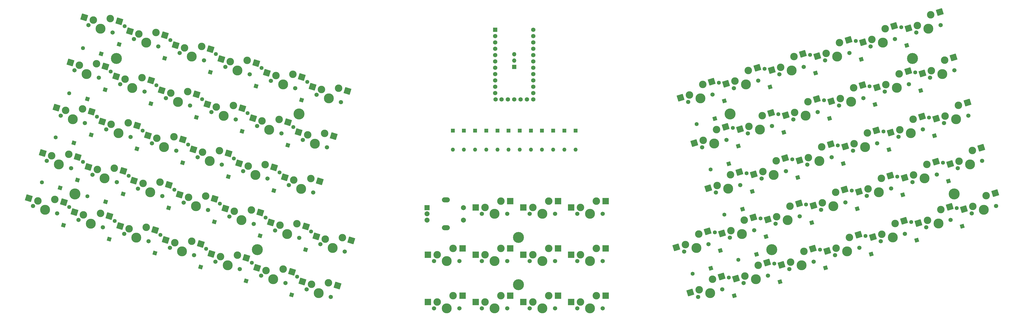
<source format=gbs>
G04 #@! TF.GenerationSoftware,KiCad,Pcbnew,8.0.6*
G04 #@! TF.CreationDate,2024-10-28T13:20:39+01:00*
G04 #@! TF.ProjectId,pteranodon,70746572-616e-46f6-946f-6e2e6b696361,rev?*
G04 #@! TF.SameCoordinates,Original*
G04 #@! TF.FileFunction,Soldermask,Bot*
G04 #@! TF.FilePolarity,Negative*
%FSLAX46Y46*%
G04 Gerber Fmt 4.6, Leading zero omitted, Abs format (unit mm)*
G04 Created by KiCad (PCBNEW 8.0.6) date 2024-10-28 13:20:39*
%MOMM*%
%LPD*%
G01*
G04 APERTURE LIST*
G04 Aperture macros list*
%AMHorizOval*
0 Thick line with rounded ends*
0 $1 width*
0 $2 $3 position (X,Y) of the first rounded end (center of the circle)*
0 $4 $5 position (X,Y) of the second rounded end (center of the circle)*
0 Add line between two ends*
20,1,$1,$2,$3,$4,$5,0*
0 Add two circle primitives to create the rounded ends*
1,1,$1,$2,$3*
1,1,$1,$4,$5*%
%AMRotRect*
0 Rectangle, with rotation*
0 The origin of the aperture is its center*
0 $1 length*
0 $2 width*
0 $3 Rotation angle, in degrees counterclockwise*
0 Add horizontal line*
21,1,$1,$2,0,0,$3*%
G04 Aperture macros list end*
%ADD10R,1.600000X1.600000*%
%ADD11O,1.600000X1.600000*%
%ADD12RotRect,1.600000X1.600000X73.000000*%
%ADD13HorizOval,1.600000X0.000000X0.000000X0.000000X0.000000X0*%
%ADD14RotRect,1.600000X1.600000X197.000000*%
%ADD15HorizOval,1.600000X0.000000X0.000000X0.000000X0.000000X0*%
%ADD16RotRect,1.600000X1.600000X107.000000*%
%ADD17HorizOval,1.600000X0.000000X0.000000X0.000000X0.000000X0*%
%ADD18RotRect,1.600000X1.600000X163.000000*%
%ADD19HorizOval,1.600000X0.000000X0.000000X0.000000X0.000000X0*%
%ADD20O,3.200000X2.000000*%
%ADD21R,2.000000X2.000000*%
%ADD22C,2.000000*%
%ADD23R,1.752600X1.752600*%
%ADD24C,1.752600*%
%ADD25C,1.701800*%
%ADD26C,3.000000*%
%ADD27C,3.987800*%
%ADD28R,2.550000X2.500000*%
%ADD29RotRect,2.550000X2.500000X17.000000*%
%ADD30RotRect,2.550000X2.500000X343.000000*%
%ADD31C,4.400000*%
%ADD32R,1.700000X1.700000*%
%ADD33O,1.700000X1.700000*%
G04 APERTURE END LIST*
D10*
X234071897Y-137049778D03*
D11*
X234071897Y-144669778D03*
D12*
X69703701Y-108032481D03*
D13*
X71931573Y-100745439D03*
D10*
X211753713Y-137049778D03*
D11*
X211753713Y-144669778D03*
D12*
X124494226Y-124783623D03*
D13*
X126722098Y-117496581D03*
D12*
X120489315Y-202916747D03*
D13*
X122717187Y-195629705D03*
D14*
X295395408Y-150375921D03*
D15*
X288108366Y-152603793D03*
D16*
X310308740Y-179559623D03*
D17*
X308080868Y-172272581D03*
D12*
X29252105Y-175022733D03*
D13*
X31479977Y-167735691D03*
D12*
X40346150Y-138735747D03*
D13*
X42574022Y-131448705D03*
D16*
X323006481Y-155838145D03*
D17*
X320778609Y-148551103D03*
D12*
X87967208Y-113616194D03*
D13*
X90195080Y-106329152D03*
D16*
X383287797Y-157247684D03*
D17*
X381059925Y-149960642D03*
D10*
X220680985Y-137049778D03*
D11*
X220680985Y-144669778D03*
D12*
X102306137Y-197357591D03*
D13*
X104534009Y-190070549D03*
D16*
X388834819Y-175391177D03*
D17*
X386606947Y-168104135D03*
D16*
X330157203Y-113973179D03*
D17*
X327929331Y-106686137D03*
D12*
X58609657Y-144319464D03*
D13*
X60837529Y-137032422D03*
D18*
X44292385Y-106199067D03*
D19*
X37005343Y-103971195D03*
D16*
X366646732Y-102817210D03*
D17*
X364418860Y-95530168D03*
D16*
X315855763Y-197703114D03*
D17*
X313627891Y-190416072D03*
D16*
X335704226Y-132116671D03*
D17*
X333476354Y-124829629D03*
D10*
X189435533Y-137049778D03*
D11*
X189435533Y-144669778D03*
D16*
X352345291Y-186547147D03*
D17*
X350117419Y-179260105D03*
D16*
X304761719Y-161416131D03*
D17*
X302533847Y-154129089D03*
D16*
X341251248Y-150260163D03*
D17*
X339023376Y-142973121D03*
D16*
X311912438Y-119551163D03*
D17*
X309684566Y-112264121D03*
D10*
X229608257Y-137049778D03*
D11*
X229608257Y-144669778D03*
D10*
X184971897Y-137049779D03*
D11*
X184971897Y-144669779D03*
D16*
X317459461Y-137694655D03*
D17*
X315231589Y-130407613D03*
D12*
X106230719Y-119199909D03*
D13*
X108458591Y-111912867D03*
D16*
X299214695Y-143272640D03*
D17*
X296986823Y-135985598D03*
D16*
X372193755Y-120960702D03*
D17*
X369965883Y-113673660D03*
D18*
X33350740Y-141987577D03*
D19*
X26063698Y-139759705D03*
D18*
X38753769Y-124315065D03*
D19*
X31466727Y-122087193D03*
D16*
X365043034Y-162825670D03*
D17*
X362815162Y-155538628D03*
D12*
X113400181Y-161070606D03*
D13*
X115628053Y-153783564D03*
D16*
X377740775Y-139104192D03*
D17*
X375512903Y-131817150D03*
D16*
X359496011Y-144682179D03*
D17*
X357268139Y-137395137D03*
D12*
X82420186Y-131759685D03*
D13*
X84648058Y-124472643D03*
D16*
X292054603Y-185140472D03*
D17*
X289826731Y-177853430D03*
D14*
X289848386Y-132232429D03*
D15*
X282561344Y-134460301D03*
D16*
X328553503Y-173981638D03*
D17*
X326325631Y-166694596D03*
D12*
X118947205Y-142927115D03*
D13*
X121175077Y-135640073D03*
D16*
X370590057Y-180969161D03*
D17*
X368362185Y-173682119D03*
D16*
X297601624Y-203283964D03*
D17*
X295373752Y-195996922D03*
D12*
X65779120Y-186190163D03*
D13*
X68006992Y-178903121D03*
D10*
X225144621Y-137049779D03*
D11*
X225144621Y-144669779D03*
D12*
X84042629Y-191773875D03*
D13*
X86270501Y-184486833D03*
D12*
X47515614Y-180606445D03*
D13*
X49743486Y-173319403D03*
D12*
X95136671Y-155486892D03*
D13*
X97364543Y-148199850D03*
D18*
X46100114Y-165607201D03*
D19*
X38813072Y-163379329D03*
D10*
X202826441Y-137049779D03*
D11*
X202826441Y-144669779D03*
D12*
X107853157Y-179214099D03*
D13*
X110081029Y-171927057D03*
D10*
X198362805Y-137049778D03*
D11*
X198362805Y-144669778D03*
D16*
X346798268Y-168403655D03*
D17*
X344570396Y-161116613D03*
D12*
X100683695Y-137343400D03*
D13*
X102911567Y-130056358D03*
D16*
X334100527Y-192125132D03*
D17*
X331872655Y-184838090D03*
D12*
X64156679Y-126175971D03*
D13*
X66384551Y-118888929D03*
D10*
X193899169Y-137049778D03*
D11*
X193899169Y-144669778D03*
D12*
X51440194Y-102448763D03*
D13*
X53668066Y-95161721D03*
D14*
X300942431Y-168519413D03*
D15*
X293655389Y-170747285D03*
D12*
X53062635Y-162462953D03*
D13*
X55290507Y-155175911D03*
D18*
X27836609Y-160023485D03*
D19*
X20549567Y-157795613D03*
D10*
X207290077Y-137049778D03*
D11*
X207290077Y-144669778D03*
D16*
X353948989Y-126538687D03*
D17*
X351721117Y-119251645D03*
D12*
X89589651Y-173630383D03*
D13*
X91817523Y-166343341D03*
D12*
X126036339Y-184773254D03*
D13*
X128264211Y-177486212D03*
D16*
X348401966Y-108395195D03*
D17*
X346174094Y-101108153D03*
D14*
X306489453Y-186662905D03*
D15*
X299202411Y-188890777D03*
D10*
X216217349Y-137049778D03*
D11*
X216217349Y-144669778D03*
D12*
X34799125Y-156879240D03*
D13*
X37026997Y-149592198D03*
D12*
X45893172Y-120592255D03*
D13*
X48121044Y-113305213D03*
D14*
X288225943Y-192246617D03*
D15*
X280938901Y-194474489D03*
D16*
X293667673Y-125129149D03*
D17*
X291439801Y-117842107D03*
D12*
X76873165Y-149903177D03*
D13*
X79101037Y-142616135D03*
D12*
X71326142Y-168046669D03*
D13*
X73554014Y-160759627D03*
D20*
X182201522Y-176017278D03*
X182201522Y-164817278D03*
D21*
X174701522Y-167917278D03*
D22*
X174701522Y-172917278D03*
X174701522Y-170417278D03*
X189201522Y-172917278D03*
X189201522Y-167917278D03*
D23*
X201899118Y-96559778D03*
D24*
X201899118Y-99099778D03*
X201899118Y-101639778D03*
X201899118Y-104179778D03*
X201899118Y-106719778D03*
X201899118Y-109259778D03*
X201899118Y-111799778D03*
X201899118Y-114339778D03*
X201899118Y-116879778D03*
X201899118Y-119419778D03*
X201899118Y-121959778D03*
X217139118Y-124499778D03*
X217139118Y-121959778D03*
X217139118Y-119419778D03*
X217139118Y-116879778D03*
X217139118Y-114339778D03*
X217139118Y-111799778D03*
X217139118Y-109259778D03*
X217139118Y-106719778D03*
X217139118Y-104179778D03*
X217139118Y-101639778D03*
X217139118Y-99099778D03*
X202127718Y-124499778D03*
X217139118Y-96559778D03*
X214599118Y-124499778D03*
X212059118Y-124499778D03*
X209519118Y-124499778D03*
X206979118Y-124499778D03*
X204439118Y-124499778D03*
D25*
X234800521Y-170417278D03*
D26*
X236070521Y-167877278D03*
D27*
X239880521Y-170417278D03*
D26*
X242420521Y-165337278D03*
D25*
X244960521Y-170417278D03*
D28*
X246170521Y-165337278D03*
X232320521Y-167877278D03*
D25*
X234800522Y-208362278D03*
D26*
X236070522Y-205822278D03*
D27*
X239880522Y-208362278D03*
D26*
X242420522Y-203282278D03*
D25*
X244960522Y-208362278D03*
D28*
X246170522Y-203282278D03*
X232320522Y-205822278D03*
D25*
X283105162Y-203731894D03*
D26*
X283577045Y-200931568D03*
D27*
X287963190Y-202246646D03*
D26*
X288906956Y-196645994D03*
D25*
X292821218Y-200761398D03*
D29*
X292493099Y-195549600D03*
X279990902Y-202027962D03*
D25*
X106678610Y-135192143D03*
D26*
X108635741Y-133134441D03*
D27*
X111536638Y-136677391D03*
D26*
X115450900Y-132561987D03*
D25*
X116394666Y-138162639D03*
D30*
X119037043Y-133658381D03*
X105049598Y-132038047D03*
D25*
X314085155Y-174420973D03*
D26*
X314557038Y-171620647D03*
D27*
X318943183Y-172935725D03*
D26*
X319886949Y-167335073D03*
D25*
X323801211Y-171450477D03*
D29*
X323473092Y-166238679D03*
X310970895Y-172717041D03*
D25*
X82868081Y-147751921D03*
D26*
X84825212Y-145694219D03*
D27*
X87726109Y-149237169D03*
D26*
X91640371Y-145121765D03*
D25*
X92584137Y-150722417D03*
D30*
X95226514Y-146218159D03*
X81239069Y-144597825D03*
D25*
X130489142Y-122632369D03*
D26*
X132446273Y-120574667D03*
D27*
X135347170Y-124117617D03*
D26*
X139261432Y-120002213D03*
D25*
X140205198Y-125602865D03*
D30*
X142847575Y-121098607D03*
X128860130Y-119478273D03*
D25*
X277558138Y-185588402D03*
D26*
X278030021Y-182788076D03*
D27*
X282416166Y-184103154D03*
D26*
X283359932Y-178502502D03*
D25*
X287274194Y-182617906D03*
D29*
X286946075Y-177406108D03*
X274443878Y-183884470D03*
D25*
X101131588Y-153335635D03*
D26*
X103088719Y-151277933D03*
D27*
X105989616Y-154820883D03*
D26*
X109903878Y-150705479D03*
D25*
X110847644Y-156306131D03*
D30*
X113490021Y-151801873D03*
X99502576Y-150181539D03*
D25*
X40794039Y-154727984D03*
D26*
X42751170Y-152670282D03*
D27*
X45652067Y-156213232D03*
D26*
X49566329Y-152097828D03*
D25*
X50510095Y-157698480D03*
D30*
X53152472Y-153194222D03*
X39165027Y-151573888D03*
D25*
X302991112Y-138133989D03*
D26*
X303462995Y-135333663D03*
D27*
X307849140Y-136648741D03*
D26*
X308792906Y-131048089D03*
D25*
X312707168Y-135163493D03*
D29*
X312379049Y-129951695D03*
X299876852Y-136430057D03*
D25*
X295821648Y-180004686D03*
D26*
X296293531Y-177204360D03*
D27*
X300679676Y-178519438D03*
D26*
X301623442Y-172918786D03*
D25*
X305537704Y-177034190D03*
D29*
X305209585Y-171822392D03*
X292707388Y-178300754D03*
D25*
X75698616Y-105881222D03*
D26*
X77655747Y-103823520D03*
D27*
X80556644Y-107366470D03*
D26*
X84470906Y-103251066D03*
D25*
X85414672Y-108851718D03*
D30*
X88057049Y-104347460D03*
X74069604Y-102727126D03*
D25*
X22530533Y-149144268D03*
D26*
X24487664Y-147086566D03*
D27*
X27388561Y-150629516D03*
D26*
X31302823Y-146514112D03*
D25*
X32246589Y-152114764D03*
D30*
X34888966Y-147610506D03*
X20901521Y-145990172D03*
D25*
X352159639Y-103262274D03*
D26*
X352631522Y-100461948D03*
D27*
X357017667Y-101777026D03*
D26*
X357961433Y-96176374D03*
D25*
X361875695Y-100291778D03*
D29*
X361547576Y-95079980D03*
X349045379Y-101558342D03*
D25*
X301368670Y-198148177D03*
D26*
X301840553Y-195347851D03*
D27*
X306226698Y-196662929D03*
D26*
X307170464Y-191062277D03*
D25*
X311084726Y-195177681D03*
D29*
X310756607Y-189965883D03*
X298254410Y-196444245D03*
D25*
X387045470Y-152114766D03*
D26*
X387517353Y-149314440D03*
D27*
X391903498Y-150629518D03*
D26*
X392847264Y-145028866D03*
D25*
X396761526Y-149144270D03*
D29*
X396433407Y-143932472D03*
X383931210Y-150410834D03*
D25*
X215702523Y-208362278D03*
D26*
X216972523Y-205822278D03*
D27*
X220782523Y-208362278D03*
D26*
X223322523Y-203282278D03*
D25*
X225862523Y-208362278D03*
D28*
X227072523Y-203282278D03*
X213222523Y-205822278D03*
D25*
X28077555Y-131000777D03*
D26*
X30034686Y-128943075D03*
D27*
X32935583Y-132486025D03*
D26*
X36849845Y-128370621D03*
D25*
X37793611Y-133971273D03*
D30*
X40435988Y-129467015D03*
X26448543Y-127846681D03*
D25*
X196604522Y-189389778D03*
D26*
X197874522Y-186849778D03*
D27*
X201684522Y-189389778D03*
D26*
X204224522Y-184309778D03*
D25*
X206764522Y-189389778D03*
D28*
X207974522Y-184309778D03*
X194124522Y-186849778D03*
D25*
X315670109Y-114418243D03*
D26*
X316141992Y-111617917D03*
D27*
X320528137Y-112932995D03*
D26*
X321471903Y-107332343D03*
D25*
X325386165Y-111447747D03*
D29*
X325058046Y-106235949D03*
X312555849Y-112714311D03*
D25*
X112225633Y-117048652D03*
D26*
X114182764Y-114990950D03*
D27*
X117083661Y-118533900D03*
D26*
X120997923Y-114418496D03*
D25*
X121941689Y-120019148D03*
D30*
X124584066Y-115514890D03*
X110596621Y-113894556D03*
D25*
X308538134Y-156277480D03*
D26*
X309010017Y-153477154D03*
D27*
X313396162Y-154792232D03*
D26*
X314339928Y-149191580D03*
D25*
X318254190Y-153306984D03*
D29*
X317926071Y-148095186D03*
X305423874Y-154573548D03*
D25*
X33624576Y-112857285D03*
D26*
X35581707Y-110799583D03*
D27*
X38482604Y-114342533D03*
D26*
X42396866Y-110227129D03*
D25*
X43340632Y-115827781D03*
D30*
X45983009Y-111323523D03*
X31995564Y-109703189D03*
D25*
X126470841Y-200761398D03*
D26*
X128427972Y-198703696D03*
D27*
X131328869Y-202246646D03*
D26*
X135243131Y-198131242D03*
D25*
X136186897Y-203731894D03*
D30*
X138829274Y-199227636D03*
X124841829Y-197607302D03*
D25*
X392592491Y-170258257D03*
D26*
X393064374Y-167457931D03*
D27*
X397450519Y-168773009D03*
D26*
X398394285Y-163172357D03*
D25*
X402308547Y-167287761D03*
D29*
X401980428Y-162075963D03*
X389478231Y-168554325D03*
D25*
X119395095Y-158919350D03*
D26*
X121352226Y-156861648D03*
D27*
X124253123Y-160404598D03*
D26*
X128167385Y-156289194D03*
D25*
X129111151Y-161889846D03*
D30*
X131753528Y-157385588D03*
X117766083Y-155765254D03*
D25*
X46341063Y-136584492D03*
D26*
X48298194Y-134526790D03*
D27*
X51199091Y-138069740D03*
D26*
X55113353Y-133954336D03*
D25*
X56057119Y-139554988D03*
D30*
X58699496Y-135050730D03*
X44712051Y-133430396D03*
D25*
X290274626Y-161861194D03*
D26*
X290746509Y-159060868D03*
D27*
X295132654Y-160375946D03*
D26*
X296076420Y-154775294D03*
D25*
X299990682Y-158890698D03*
D29*
X299662563Y-153678900D03*
X287160366Y-160157262D03*
D25*
X53510527Y-178455192D03*
D26*
X55467658Y-176397490D03*
D27*
X58368555Y-179940440D03*
D26*
X62282817Y-175825036D03*
D25*
X63226583Y-181425688D03*
D30*
X65868960Y-176921430D03*
X51881515Y-175301096D03*
D25*
X350612170Y-163253542D03*
D26*
X351084053Y-160453216D03*
D27*
X355470198Y-161768294D03*
D26*
X356413964Y-156167642D03*
D25*
X360328226Y-160283046D03*
D29*
X360000107Y-155071248D03*
X347497910Y-161549610D03*
D25*
X370404403Y-97684290D03*
D26*
X370876286Y-94883964D03*
D27*
X375262431Y-96199042D03*
D26*
X376206197Y-90598390D03*
D25*
X380120459Y-94713794D03*
D29*
X379792340Y-89501996D03*
X367290143Y-95980358D03*
D25*
X321254620Y-132550273D03*
D26*
X321726503Y-129749947D03*
D27*
X326112648Y-131065025D03*
D26*
X327056414Y-125464373D03*
D25*
X330970676Y-129579777D03*
D29*
X330642557Y-124367979D03*
X318140360Y-130846341D03*
D25*
X95584567Y-171479129D03*
D26*
X97541698Y-169421427D03*
D27*
X100442595Y-172964377D03*
D26*
X104356857Y-168848973D03*
D25*
X105300623Y-174449625D03*
D30*
X107943000Y-169945367D03*
X93955555Y-168325033D03*
D25*
X215702521Y-170417278D03*
D26*
X216972521Y-167877278D03*
D27*
X220782521Y-170417278D03*
D26*
X223322521Y-165337278D03*
D25*
X225862521Y-170417278D03*
D28*
X227072521Y-165337278D03*
X213222521Y-167877278D03*
D25*
X88415102Y-129608431D03*
D26*
X90372233Y-127550729D03*
D27*
X93273130Y-131093679D03*
D26*
X97187392Y-126978275D03*
D25*
X98131158Y-132578927D03*
D30*
X100773535Y-128074669D03*
X86786090Y-126454335D03*
D25*
X113848075Y-177062842D03*
D26*
X115805206Y-175005140D03*
D27*
X118706103Y-178548090D03*
D26*
X122620365Y-174432686D03*
D25*
X123564131Y-180033338D03*
D30*
X126206508Y-175529080D03*
X112219063Y-173908746D03*
D25*
X234800521Y-189389778D03*
D26*
X236070521Y-186849778D03*
D27*
X239880521Y-189389778D03*
D26*
X242420521Y-184309778D03*
D25*
X244960521Y-189389778D03*
D28*
X246170521Y-184309778D03*
X232320521Y-186849778D03*
D25*
X381498449Y-133971273D03*
D26*
X381970332Y-131170947D03*
D27*
X386356477Y-132486025D03*
D26*
X387300243Y-126885373D03*
D25*
X391214505Y-131000777D03*
D29*
X390886386Y-125788979D03*
X378384189Y-132267341D03*
D25*
X333914873Y-108840259D03*
D26*
X334386756Y-106039933D03*
D27*
X338772901Y-107355011D03*
D26*
X339716667Y-101754359D03*
D25*
X343630929Y-105869763D03*
D29*
X343302810Y-100657965D03*
X330800613Y-107136327D03*
D25*
X279180580Y-125574211D03*
D26*
X279652463Y-122773885D03*
D27*
X284038608Y-124088963D03*
D26*
X284982374Y-118488311D03*
D25*
X288896636Y-122603715D03*
D29*
X288568517Y-117391917D03*
X276066320Y-123870279D03*
D25*
X70151596Y-124024715D03*
D26*
X72108727Y-121967013D03*
D27*
X75009624Y-125509963D03*
D26*
X78923886Y-121394559D03*
D25*
X79867652Y-126995211D03*
D30*
X82510029Y-122490953D03*
X68522584Y-120870619D03*
D25*
X196604522Y-208362278D03*
D26*
X197874522Y-205822278D03*
D27*
X201684522Y-208362278D03*
D26*
X204224522Y-203282278D03*
D25*
X206764522Y-208362278D03*
D28*
X207974522Y-203282278D03*
X194124522Y-205822278D03*
D25*
X337895686Y-186980750D03*
D26*
X338367569Y-184180424D03*
D27*
X342753714Y-185495502D03*
D26*
X343697480Y-179894850D03*
D25*
X347611742Y-184010254D03*
D29*
X347283623Y-178798456D03*
X334781426Y-185276818D03*
D25*
X16983512Y-167287760D03*
D26*
X18940643Y-165230058D03*
D27*
X21841540Y-168773008D03*
D26*
X25755802Y-164657604D03*
D25*
X26699568Y-170258256D03*
D30*
X29341945Y-165753998D03*
X15354500Y-164133664D03*
D25*
X356159194Y-181397034D03*
D26*
X356631077Y-178596708D03*
D27*
X361017222Y-179911786D03*
D26*
X361960988Y-174311134D03*
D25*
X365875250Y-178426538D03*
D29*
X365547131Y-173214740D03*
X353044934Y-179693102D03*
D25*
X64604574Y-142168206D03*
D26*
X66561705Y-140110504D03*
D27*
X69462602Y-143653454D03*
D26*
X73376864Y-139538050D03*
D25*
X74320630Y-145138702D03*
D30*
X76963007Y-140634444D03*
X62975562Y-139014110D03*
D25*
X357781636Y-121382843D03*
D26*
X358253519Y-118582517D03*
D27*
X362639664Y-119897595D03*
D26*
X363583430Y-114296943D03*
D25*
X367497692Y-118412347D03*
D29*
X367169573Y-113200549D03*
X354667376Y-119678911D03*
D25*
X132017867Y-182617905D03*
D26*
X133974998Y-180560203D03*
D27*
X136875895Y-184103153D03*
D26*
X140790157Y-179987749D03*
D25*
X141733923Y-185588401D03*
D30*
X144376300Y-181084143D03*
X130388855Y-179463809D03*
D25*
X35247019Y-172871475D03*
D26*
X37204150Y-170813773D03*
D27*
X40105047Y-174356723D03*
D26*
X44019309Y-170241319D03*
D25*
X44963075Y-175841971D03*
D30*
X47605452Y-171337713D03*
X33618007Y-169717379D03*
D25*
X108301053Y-195206334D03*
D26*
X110258184Y-193148632D03*
D27*
X113159081Y-196691582D03*
D26*
X117073343Y-192576178D03*
D25*
X118017109Y-198176830D03*
D30*
X120659486Y-193672572D03*
X106672041Y-192052238D03*
D25*
X297425345Y-119996226D03*
D26*
X297897228Y-117195900D03*
D27*
X302283373Y-118510978D03*
D26*
X303227139Y-112910326D03*
D25*
X307141401Y-117025730D03*
D29*
X306813282Y-111813932D03*
X294311085Y-118292294D03*
D25*
X71774038Y-184038905D03*
D26*
X73731169Y-181981203D03*
D27*
X76632066Y-185524153D03*
D26*
X80546328Y-181408749D03*
D25*
X81490094Y-187009401D03*
D30*
X84132471Y-182505143D03*
X70145026Y-180884809D03*
D25*
X90037545Y-189622621D03*
D26*
X91994676Y-187564919D03*
D27*
X94895573Y-191107869D03*
D26*
X98809835Y-186992465D03*
D25*
X99753601Y-192593117D03*
D30*
X102395978Y-188088859D03*
X88408533Y-186468525D03*
D25*
X215702521Y-189389778D03*
D26*
X216972521Y-186849778D03*
D27*
X220782521Y-189389778D03*
D26*
X223322521Y-184309778D03*
D25*
X225862521Y-189389778D03*
D28*
X227072521Y-184309778D03*
X213222521Y-186849778D03*
D25*
X177506522Y-208362278D03*
D26*
X178776522Y-205822278D03*
D27*
X182586522Y-208362278D03*
D26*
X185126522Y-203282278D03*
D25*
X187666522Y-208362278D03*
D28*
X188876522Y-203282278D03*
X175026522Y-205822278D03*
D25*
X368875681Y-157669827D03*
D26*
X369347564Y-154869501D03*
D27*
X373733709Y-156184579D03*
D26*
X374677475Y-150583927D03*
D25*
X378591737Y-154699331D03*
D29*
X378263618Y-149487533D03*
X365761421Y-155965895D03*
D25*
X374422703Y-175813318D03*
D26*
X374894586Y-173012992D03*
D27*
X379280731Y-174328070D03*
D26*
X380224497Y-168727418D03*
D25*
X384138759Y-172842822D03*
D29*
X383810640Y-167631024D03*
X371308443Y-174109386D03*
D25*
X319632176Y-192564465D03*
D26*
X320104059Y-189764139D03*
D27*
X324490204Y-191079217D03*
D26*
X325433970Y-185478565D03*
D25*
X329348232Y-189593969D03*
D29*
X329020113Y-184382171D03*
X316517916Y-190860533D03*
D25*
X196604522Y-170417278D03*
D26*
X197874522Y-167877278D03*
D27*
X201684522Y-170417278D03*
D26*
X204224522Y-165337278D03*
D25*
X206764522Y-170417278D03*
D28*
X207974522Y-165337278D03*
X194124522Y-167877278D03*
D25*
X177506522Y-189389779D03*
D26*
X178776522Y-186849779D03*
D27*
X182586522Y-189389779D03*
D26*
X185126522Y-184309779D03*
D25*
X187666522Y-189389779D03*
D28*
X188876522Y-184309779D03*
X175026522Y-186849779D03*
D25*
X363328656Y-139526334D03*
D26*
X363800539Y-136726008D03*
D27*
X368186684Y-138041086D03*
D26*
X369130450Y-132440434D03*
D25*
X373044712Y-136555838D03*
D29*
X372716593Y-131344040D03*
X360214396Y-137822402D03*
D25*
X77321060Y-165895414D03*
D26*
X79278191Y-163837712D03*
D27*
X82179088Y-167380662D03*
D26*
X86093350Y-163265258D03*
D25*
X87037116Y-168865910D03*
D30*
X89679493Y-164361652D03*
X75692048Y-162741318D03*
D25*
X39171600Y-94713794D03*
D26*
X41128731Y-92656092D03*
D27*
X44029628Y-96199042D03*
D26*
X47943890Y-92083638D03*
D25*
X48887656Y-97684290D03*
D30*
X51530033Y-93180032D03*
X37542588Y-91559698D03*
D25*
X339518127Y-126966558D03*
D26*
X339990010Y-124166232D03*
D27*
X344376155Y-125481310D03*
D26*
X345319921Y-119880658D03*
D25*
X349234183Y-123996062D03*
D29*
X348906064Y-118784264D03*
X336403867Y-125262626D03*
D25*
X57435110Y-100297508D03*
D26*
X59392241Y-98239806D03*
D27*
X62293138Y-101782756D03*
D26*
X66207400Y-97667352D03*
D25*
X67151166Y-103268004D03*
D30*
X69793543Y-98763746D03*
X55806098Y-97143412D03*
D25*
X345065149Y-145110049D03*
D26*
X345537032Y-142309723D03*
D27*
X349923177Y-143624801D03*
D26*
X350866943Y-138024149D03*
D25*
X354781205Y-142139553D03*
D29*
X354453086Y-136927755D03*
X341950889Y-143406117D03*
D25*
X51888088Y-118441000D03*
D26*
X53845219Y-116383298D03*
D27*
X56746116Y-119926248D03*
D26*
X60660378Y-115810844D03*
D25*
X61604144Y-121411496D03*
D30*
X64246521Y-116907238D03*
X50259076Y-115286904D03*
D25*
X375951427Y-115827781D03*
D26*
X376423310Y-113027455D03*
D27*
X380809455Y-114342533D03*
D26*
X381753221Y-108741881D03*
D25*
X385667483Y-112857285D03*
D29*
X385339364Y-107645487D03*
X372837167Y-114123849D03*
D25*
X332348662Y-168837257D03*
D26*
X332820545Y-166036931D03*
D27*
X337206690Y-167352009D03*
D26*
X338150456Y-161751357D03*
D25*
X342064718Y-165866761D03*
D29*
X341736599Y-160654963D03*
X329234402Y-167133325D03*
D25*
X124942120Y-140775861D03*
D26*
X126899251Y-138718159D03*
D27*
X129800148Y-142261109D03*
D26*
X133714410Y-138145705D03*
D25*
X134658176Y-143746357D03*
D30*
X137300553Y-139242099D03*
X123313108Y-137621765D03*
D25*
X93962125Y-111464939D03*
D26*
X95919256Y-109407237D03*
D27*
X98820153Y-112950187D03*
D26*
X102734415Y-108834783D03*
D25*
X103678181Y-114435435D03*
D30*
X106320558Y-109931177D03*
X92333113Y-108310843D03*
D25*
X284727602Y-143717703D03*
D26*
X285199485Y-140917377D03*
D27*
X289585630Y-142232455D03*
D26*
X290529396Y-136631803D03*
D25*
X294443658Y-140747207D03*
D29*
X294115539Y-135535409D03*
X281613342Y-142013771D03*
D25*
X59057550Y-160311698D03*
D26*
X61014681Y-158253996D03*
D27*
X63915578Y-161796946D03*
D26*
X67829840Y-157681542D03*
D25*
X68773606Y-163282194D03*
D30*
X71415983Y-158777936D03*
X57428538Y-157157602D03*
D25*
X326801641Y-150693766D03*
D26*
X327273524Y-147893440D03*
D27*
X331659669Y-149208518D03*
D26*
X332603435Y-143607866D03*
D25*
X336517697Y-147723270D03*
D29*
X336189578Y-142511472D03*
X323687381Y-148989834D03*
D31*
X211233521Y-198876028D03*
X211233521Y-179903528D03*
X123441904Y-130397503D03*
X50387870Y-108062644D03*
X33746803Y-162493119D03*
X106800838Y-184827978D03*
X368913559Y-108059780D03*
X295934502Y-130371717D03*
D32*
X209519118Y-111484778D03*
D33*
X209519118Y-108944778D03*
X209519118Y-106404778D03*
D31*
X385554626Y-162490255D03*
X312575568Y-184802193D03*
M02*

</source>
